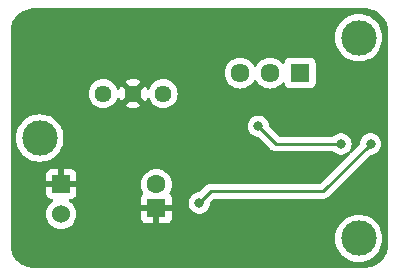
<source format=gbr>
%TF.GenerationSoftware,KiCad,Pcbnew,8.0.2*%
%TF.CreationDate,2024-07-08T11:38:20+02:00*%
%TF.ProjectId,IMD SCS Maker,494d4420-5343-4532-904d-616b65722e6b,rev?*%
%TF.SameCoordinates,Original*%
%TF.FileFunction,Copper,L2,Bot*%
%TF.FilePolarity,Positive*%
%FSLAX46Y46*%
G04 Gerber Fmt 4.6, Leading zero omitted, Abs format (unit mm)*
G04 Created by KiCad (PCBNEW 8.0.2) date 2024-07-08 11:38:20*
%MOMM*%
%LPD*%
G01*
G04 APERTURE LIST*
%TA.AperFunction,ComponentPad*%
%ADD10C,1.440000*%
%TD*%
%TA.AperFunction,ComponentPad*%
%ADD11C,3.000000*%
%TD*%
%TA.AperFunction,ComponentPad*%
%ADD12R,1.610000X1.610000*%
%TD*%
%TA.AperFunction,ComponentPad*%
%ADD13C,1.610000*%
%TD*%
%TA.AperFunction,ComponentPad*%
%ADD14R,1.530000X1.530000*%
%TD*%
%TA.AperFunction,ComponentPad*%
%ADD15C,1.530000*%
%TD*%
%TA.AperFunction,ComponentPad*%
%ADD16R,1.600000X1.600000*%
%TD*%
%TA.AperFunction,ComponentPad*%
%ADD17C,1.600000*%
%TD*%
%TA.AperFunction,ViaPad*%
%ADD18C,0.800000*%
%TD*%
%TA.AperFunction,Conductor*%
%ADD19C,0.250000*%
%TD*%
G04 APERTURE END LIST*
D10*
%TO.P,U1,1,+VIN*%
%TO.N,+12V*%
X70866000Y-46736000D03*
%TO.P,U1,2,GND*%
%TO.N,GND*%
X73406000Y-46736000D03*
%TO.P,U1,3,+VOUT*%
%TO.N,+5V*%
X75946000Y-46736000D03*
%TD*%
D11*
%TO.P,,1*%
%TO.N,N/C*%
X92500000Y-42000000D03*
%TD*%
D12*
%TO.P,J3,1,1*%
%TO.N,/PDU*%
X87540000Y-45000000D03*
D13*
%TO.P,J3,2,2*%
%TO.N,/Output SCS*%
X85000000Y-45000000D03*
%TO.P,J3,3,3*%
%TO.N,/Sensor Output*%
X82460000Y-45000000D03*
%TD*%
D14*
%TO.P,J1,1,1*%
%TO.N,GND*%
X67316500Y-54400000D03*
D15*
%TO.P,J1,2,2*%
%TO.N,+12V*%
X67316500Y-56940000D03*
%TD*%
D11*
%TO.P,,1*%
%TO.N,N/C*%
X92500000Y-59000000D03*
%TD*%
D16*
%TO.P,C1,1*%
%TO.N,GND*%
X75376500Y-56427112D03*
D17*
%TO.P,C1,2*%
%TO.N,+12V*%
X75376500Y-54427112D03*
%TD*%
D11*
%TO.P,,1*%
%TO.N,N/C*%
X65500000Y-50500000D03*
%TD*%
D18*
%TO.N,GND*%
X69500000Y-52000000D03*
X92500000Y-45000000D03*
X84000000Y-57000000D03*
X79000000Y-54000000D03*
%TO.N,Net-(CP1--)*%
X79000000Y-56000000D03*
X93500000Y-51000000D03*
%TO.N,Net-(CP1-+)*%
X84000000Y-49500000D03*
X91000000Y-51000000D03*
%TD*%
D19*
%TO.N,Net-(CP1--)*%
X89500000Y-55000000D02*
X93500000Y-51000000D01*
X79000000Y-56000000D02*
X80000000Y-55000000D01*
X80000000Y-55000000D02*
X89500000Y-55000000D01*
%TO.N,Net-(CP1-+)*%
X84000000Y-49500000D02*
X85500000Y-51000000D01*
X85500000Y-51000000D02*
X91000000Y-51000000D01*
%TD*%
%TA.AperFunction,Conductor*%
%TO.N,GND*%
G36*
X93001121Y-39500020D02*
G01*
X93135109Y-39502409D01*
X93150528Y-39503650D01*
X93416897Y-39541948D01*
X93434184Y-39545708D01*
X93691313Y-39621209D01*
X93707887Y-39627391D01*
X93817159Y-39677293D01*
X93951659Y-39738717D01*
X93967173Y-39747188D01*
X94192628Y-39892080D01*
X94206787Y-39902679D01*
X94409317Y-40078172D01*
X94421827Y-40090682D01*
X94597320Y-40293212D01*
X94607921Y-40307374D01*
X94752808Y-40532821D01*
X94761284Y-40548345D01*
X94872608Y-40792112D01*
X94878791Y-40808688D01*
X94954290Y-41065814D01*
X94958051Y-41083102D01*
X94996348Y-41349463D01*
X94997590Y-41364898D01*
X94999980Y-41498877D01*
X95000000Y-41501089D01*
X95000000Y-59498910D01*
X94999980Y-59501122D01*
X94997590Y-59635101D01*
X94996348Y-59650536D01*
X94958051Y-59916897D01*
X94954290Y-59934185D01*
X94878791Y-60191311D01*
X94872608Y-60207887D01*
X94761284Y-60451654D01*
X94752805Y-60467183D01*
X94607922Y-60692624D01*
X94597320Y-60706787D01*
X94421827Y-60909317D01*
X94409317Y-60921827D01*
X94206787Y-61097320D01*
X94192624Y-61107922D01*
X93967183Y-61252805D01*
X93951654Y-61261284D01*
X93707887Y-61372608D01*
X93691311Y-61378791D01*
X93434185Y-61454290D01*
X93416897Y-61458051D01*
X93150536Y-61496348D01*
X93135101Y-61497590D01*
X93004818Y-61499914D01*
X93001120Y-61499980D01*
X92998910Y-61500000D01*
X65001090Y-61500000D01*
X64998879Y-61499980D01*
X64995015Y-61499911D01*
X64864898Y-61497590D01*
X64849463Y-61496348D01*
X64583102Y-61458051D01*
X64565814Y-61454290D01*
X64308688Y-61378791D01*
X64292112Y-61372608D01*
X64048345Y-61261284D01*
X64032821Y-61252808D01*
X63807374Y-61107921D01*
X63793212Y-61097320D01*
X63590682Y-60921827D01*
X63578172Y-60909317D01*
X63402679Y-60706787D01*
X63392077Y-60692624D01*
X63388607Y-60687224D01*
X63247188Y-60467173D01*
X63238715Y-60451654D01*
X63127391Y-60207887D01*
X63121208Y-60191311D01*
X63065761Y-60002474D01*
X63060738Y-59967539D01*
X63060738Y-58999998D01*
X90494390Y-58999998D01*
X90494390Y-59000001D01*
X90514804Y-59285433D01*
X90575628Y-59565037D01*
X90575630Y-59565043D01*
X90575631Y-59565046D01*
X90607517Y-59650536D01*
X90675635Y-59833166D01*
X90812770Y-60084309D01*
X90812775Y-60084317D01*
X90984254Y-60313387D01*
X90984270Y-60313405D01*
X91186594Y-60515729D01*
X91186612Y-60515745D01*
X91415682Y-60687224D01*
X91415690Y-60687229D01*
X91666833Y-60824364D01*
X91666832Y-60824364D01*
X91666836Y-60824365D01*
X91666839Y-60824367D01*
X91934954Y-60924369D01*
X91934960Y-60924370D01*
X91934962Y-60924371D01*
X92214566Y-60985195D01*
X92214568Y-60985195D01*
X92214572Y-60985196D01*
X92468220Y-61003337D01*
X92499999Y-61005610D01*
X92500000Y-61005610D01*
X92500001Y-61005610D01*
X92528595Y-61003564D01*
X92785428Y-60985196D01*
X93065046Y-60924369D01*
X93333161Y-60824367D01*
X93584315Y-60687226D01*
X93813395Y-60515739D01*
X94015739Y-60313395D01*
X94187226Y-60084315D01*
X94324367Y-59833161D01*
X94424369Y-59565046D01*
X94485196Y-59285428D01*
X94505610Y-59000000D01*
X94485196Y-58714572D01*
X94424369Y-58434954D01*
X94324367Y-58166839D01*
X94306284Y-58133723D01*
X94187229Y-57915690D01*
X94187224Y-57915682D01*
X94015745Y-57686612D01*
X94015729Y-57686594D01*
X93813405Y-57484270D01*
X93813387Y-57484254D01*
X93584317Y-57312775D01*
X93584309Y-57312770D01*
X93333166Y-57175635D01*
X93333167Y-57175635D01*
X93225915Y-57135632D01*
X93065046Y-57075631D01*
X93065043Y-57075630D01*
X93065037Y-57075628D01*
X92785433Y-57014804D01*
X92500001Y-56994390D01*
X92499999Y-56994390D01*
X92214566Y-57014804D01*
X91934962Y-57075628D01*
X91666833Y-57175635D01*
X91415690Y-57312770D01*
X91415682Y-57312775D01*
X91186612Y-57484254D01*
X91186594Y-57484270D01*
X90984270Y-57686594D01*
X90984254Y-57686612D01*
X90812775Y-57915682D01*
X90812770Y-57915690D01*
X90675635Y-58166833D01*
X90575628Y-58434962D01*
X90514804Y-58714566D01*
X90494390Y-58999998D01*
X63060738Y-58999998D01*
X63060738Y-56939998D01*
X66046166Y-56939998D01*
X66046166Y-56940001D01*
X66065464Y-57160585D01*
X66065465Y-57160592D01*
X66122775Y-57374475D01*
X66122779Y-57374486D01*
X66173965Y-57484254D01*
X66216358Y-57575167D01*
X66343368Y-57756555D01*
X66499945Y-57913132D01*
X66681333Y-58040142D01*
X66802072Y-58096443D01*
X66882013Y-58133720D01*
X66882015Y-58133720D01*
X66882020Y-58133723D01*
X67095909Y-58191035D01*
X67253474Y-58204820D01*
X67316498Y-58210334D01*
X67316500Y-58210334D01*
X67316502Y-58210334D01*
X67371647Y-58205509D01*
X67537091Y-58191035D01*
X67750980Y-58133723D01*
X67951667Y-58040142D01*
X68133055Y-57913132D01*
X68289632Y-57756555D01*
X68416642Y-57575167D01*
X68510223Y-57374480D01*
X68567535Y-57160591D01*
X68586834Y-56940000D01*
X68567535Y-56719409D01*
X68510223Y-56505520D01*
X68416642Y-56304833D01*
X68289632Y-56123445D01*
X68133055Y-55966868D01*
X68024095Y-55890573D01*
X67980473Y-55835998D01*
X67973280Y-55766499D01*
X68004802Y-55704145D01*
X68065032Y-55668731D01*
X68095221Y-55665000D01*
X68129328Y-55665000D01*
X68129344Y-55664999D01*
X68188872Y-55658598D01*
X68188879Y-55658596D01*
X68323586Y-55608354D01*
X68323593Y-55608350D01*
X68438687Y-55522190D01*
X68438690Y-55522187D01*
X68524850Y-55407093D01*
X68524854Y-55407086D01*
X68575096Y-55272379D01*
X68575098Y-55272372D01*
X68581499Y-55212844D01*
X68581500Y-55212827D01*
X68581500Y-54650000D01*
X67761060Y-54650000D01*
X67791745Y-54596853D01*
X67826500Y-54467143D01*
X67826500Y-54427110D01*
X74071032Y-54427110D01*
X74071032Y-54427113D01*
X74090864Y-54653798D01*
X74090866Y-54653809D01*
X74149758Y-54873600D01*
X74149761Y-54873609D01*
X74245931Y-55079844D01*
X74245935Y-55079850D01*
X74255198Y-55093080D01*
X74277525Y-55159286D01*
X74260513Y-55227053D01*
X74227935Y-55263466D01*
X74219316Y-55269918D01*
X74219308Y-55269926D01*
X74133149Y-55385018D01*
X74133145Y-55385025D01*
X74082903Y-55519732D01*
X74082901Y-55519739D01*
X74076500Y-55579267D01*
X74076500Y-56177112D01*
X75060814Y-56177112D01*
X75056420Y-56181506D01*
X75003759Y-56272718D01*
X74976500Y-56374451D01*
X74976500Y-56479773D01*
X75003759Y-56581506D01*
X75056420Y-56672718D01*
X75060814Y-56677112D01*
X74076500Y-56677112D01*
X74076500Y-57274956D01*
X74082901Y-57334484D01*
X74082903Y-57334491D01*
X74133145Y-57469198D01*
X74133149Y-57469205D01*
X74219309Y-57584299D01*
X74219312Y-57584302D01*
X74334406Y-57670462D01*
X74334413Y-57670466D01*
X74469120Y-57720708D01*
X74469127Y-57720710D01*
X74528655Y-57727111D01*
X74528672Y-57727112D01*
X75126500Y-57727112D01*
X75126500Y-56742798D01*
X75130894Y-56747192D01*
X75222106Y-56799853D01*
X75323839Y-56827112D01*
X75429161Y-56827112D01*
X75530894Y-56799853D01*
X75622106Y-56747192D01*
X75626500Y-56742798D01*
X75626500Y-57727112D01*
X76224328Y-57727112D01*
X76224344Y-57727111D01*
X76283872Y-57720710D01*
X76283879Y-57720708D01*
X76418586Y-57670466D01*
X76418593Y-57670462D01*
X76533687Y-57584302D01*
X76533690Y-57584299D01*
X76619850Y-57469205D01*
X76619854Y-57469198D01*
X76670096Y-57334491D01*
X76670098Y-57334484D01*
X76676499Y-57274956D01*
X76676500Y-57274939D01*
X76676500Y-56677112D01*
X75692186Y-56677112D01*
X75696580Y-56672718D01*
X75749241Y-56581506D01*
X75776500Y-56479773D01*
X75776500Y-56374451D01*
X75749241Y-56272718D01*
X75696580Y-56181506D01*
X75692186Y-56177112D01*
X76676500Y-56177112D01*
X76676500Y-56000000D01*
X78094540Y-56000000D01*
X78114326Y-56188256D01*
X78114327Y-56188259D01*
X78172818Y-56368277D01*
X78172821Y-56368284D01*
X78267467Y-56532216D01*
X78393976Y-56672718D01*
X78394129Y-56672888D01*
X78547265Y-56784148D01*
X78547270Y-56784151D01*
X78720192Y-56861142D01*
X78720197Y-56861144D01*
X78905354Y-56900500D01*
X78905355Y-56900500D01*
X79094644Y-56900500D01*
X79094646Y-56900500D01*
X79279803Y-56861144D01*
X79452730Y-56784151D01*
X79605871Y-56672888D01*
X79732533Y-56532216D01*
X79827179Y-56368284D01*
X79885674Y-56188256D01*
X79903321Y-56020344D01*
X79929904Y-55955734D01*
X79938941Y-55945648D01*
X80222773Y-55661816D01*
X80284095Y-55628334D01*
X80310453Y-55625500D01*
X89561607Y-55625500D01*
X89622029Y-55613481D01*
X89682452Y-55601463D01*
X89682455Y-55601461D01*
X89682458Y-55601461D01*
X89715787Y-55587654D01*
X89715786Y-55587654D01*
X89715792Y-55587652D01*
X89796286Y-55554312D01*
X89847509Y-55520084D01*
X89848026Y-55519739D01*
X89860271Y-55511556D01*
X89898733Y-55485858D01*
X89985858Y-55398733D01*
X89985859Y-55398731D01*
X89992925Y-55391665D01*
X89992927Y-55391661D01*
X93447771Y-51936819D01*
X93509094Y-51903334D01*
X93535452Y-51900500D01*
X93594644Y-51900500D01*
X93594646Y-51900500D01*
X93779803Y-51861144D01*
X93952730Y-51784151D01*
X94105871Y-51672888D01*
X94232533Y-51532216D01*
X94327179Y-51368284D01*
X94385674Y-51188256D01*
X94405460Y-51000000D01*
X94385674Y-50811744D01*
X94327179Y-50631716D01*
X94232533Y-50467784D01*
X94105871Y-50327112D01*
X94105870Y-50327111D01*
X93952734Y-50215851D01*
X93952729Y-50215848D01*
X93779807Y-50138857D01*
X93779802Y-50138855D01*
X93634001Y-50107865D01*
X93594646Y-50099500D01*
X93405354Y-50099500D01*
X93372897Y-50106398D01*
X93220197Y-50138855D01*
X93220192Y-50138857D01*
X93047270Y-50215848D01*
X93047265Y-50215851D01*
X92894129Y-50327111D01*
X92767466Y-50467785D01*
X92672821Y-50631715D01*
X92672818Y-50631722D01*
X92622875Y-50785433D01*
X92614326Y-50811744D01*
X92606405Y-50887105D01*
X92596678Y-50979651D01*
X92570093Y-51044266D01*
X92561038Y-51054370D01*
X91910770Y-51704638D01*
X91849447Y-51738123D01*
X91779755Y-51733139D01*
X91723822Y-51691267D01*
X91699405Y-51625803D01*
X91714257Y-51557530D01*
X91730942Y-51533982D01*
X91732533Y-51532216D01*
X91827179Y-51368284D01*
X91885674Y-51188256D01*
X91905460Y-51000000D01*
X91885674Y-50811744D01*
X91827179Y-50631716D01*
X91732533Y-50467784D01*
X91605871Y-50327112D01*
X91605870Y-50327111D01*
X91452734Y-50215851D01*
X91452729Y-50215848D01*
X91279807Y-50138857D01*
X91279802Y-50138855D01*
X91134001Y-50107865D01*
X91094646Y-50099500D01*
X90905354Y-50099500D01*
X90872897Y-50106398D01*
X90720197Y-50138855D01*
X90720192Y-50138857D01*
X90547270Y-50215848D01*
X90547265Y-50215851D01*
X90394130Y-50327110D01*
X90394126Y-50327114D01*
X90388400Y-50333474D01*
X90328913Y-50370121D01*
X90296252Y-50374500D01*
X85810453Y-50374500D01*
X85743414Y-50354815D01*
X85722772Y-50338181D01*
X84938960Y-49554369D01*
X84905475Y-49493046D01*
X84903323Y-49479668D01*
X84885674Y-49311744D01*
X84827179Y-49131716D01*
X84732533Y-48967784D01*
X84605871Y-48827112D01*
X84586138Y-48812775D01*
X84452734Y-48715851D01*
X84452729Y-48715848D01*
X84279807Y-48638857D01*
X84279802Y-48638855D01*
X84134001Y-48607865D01*
X84094646Y-48599500D01*
X83905354Y-48599500D01*
X83872897Y-48606398D01*
X83720197Y-48638855D01*
X83720192Y-48638857D01*
X83547270Y-48715848D01*
X83547265Y-48715851D01*
X83394129Y-48827111D01*
X83267466Y-48967785D01*
X83172821Y-49131715D01*
X83172818Y-49131722D01*
X83114327Y-49311740D01*
X83114326Y-49311744D01*
X83094540Y-49500000D01*
X83114326Y-49688256D01*
X83114327Y-49688259D01*
X83172818Y-49868277D01*
X83172821Y-49868284D01*
X83267467Y-50032216D01*
X83363487Y-50138857D01*
X83394129Y-50172888D01*
X83547265Y-50284148D01*
X83547270Y-50284151D01*
X83720192Y-50361142D01*
X83720197Y-50361144D01*
X83905354Y-50400500D01*
X83964548Y-50400500D01*
X84031587Y-50420185D01*
X84052228Y-50436818D01*
X85014141Y-51398732D01*
X85014142Y-51398733D01*
X85101267Y-51485858D01*
X85101268Y-51485859D01*
X85203707Y-51554307D01*
X85203713Y-51554310D01*
X85203714Y-51554311D01*
X85317548Y-51601463D01*
X85377971Y-51613481D01*
X85438393Y-51625500D01*
X85438394Y-51625500D01*
X90296252Y-51625500D01*
X90363291Y-51645185D01*
X90388400Y-51666526D01*
X90394126Y-51672885D01*
X90394130Y-51672889D01*
X90547265Y-51784148D01*
X90547270Y-51784151D01*
X90720192Y-51861142D01*
X90720197Y-51861144D01*
X90905354Y-51900500D01*
X90905355Y-51900500D01*
X91094644Y-51900500D01*
X91094646Y-51900500D01*
X91279803Y-51861144D01*
X91452730Y-51784151D01*
X91562302Y-51704542D01*
X91628104Y-51681064D01*
X91696158Y-51696889D01*
X91744853Y-51746995D01*
X91758729Y-51815473D01*
X91733380Y-51880582D01*
X91722865Y-51892543D01*
X89277229Y-54338181D01*
X89215906Y-54371666D01*
X89189548Y-54374500D01*
X80067741Y-54374500D01*
X80067721Y-54374499D01*
X80061607Y-54374499D01*
X79938394Y-54374499D01*
X79837597Y-54394548D01*
X79837592Y-54394548D01*
X79817549Y-54398536D01*
X79817547Y-54398536D01*
X79770397Y-54418067D01*
X79703719Y-54445685D01*
X79703717Y-54445686D01*
X79601266Y-54514141D01*
X79601263Y-54514144D01*
X79052229Y-55063181D01*
X78990906Y-55096666D01*
X78964548Y-55099500D01*
X78905354Y-55099500D01*
X78872897Y-55106398D01*
X78720197Y-55138855D01*
X78720192Y-55138857D01*
X78547270Y-55215848D01*
X78547265Y-55215851D01*
X78394129Y-55327111D01*
X78267466Y-55467785D01*
X78172821Y-55631715D01*
X78172818Y-55631722D01*
X78129027Y-55766499D01*
X78114326Y-55811744D01*
X78094540Y-56000000D01*
X76676500Y-56000000D01*
X76676500Y-55579284D01*
X76676499Y-55579267D01*
X76670098Y-55519739D01*
X76670096Y-55519732D01*
X76619854Y-55385025D01*
X76619850Y-55385018D01*
X76533691Y-55269926D01*
X76533684Y-55269918D01*
X76525067Y-55263468D01*
X76483195Y-55207535D01*
X76478211Y-55137843D01*
X76497802Y-55093078D01*
X76507068Y-55079846D01*
X76603239Y-54873608D01*
X76662135Y-54653804D01*
X76681968Y-54427112D01*
X76662135Y-54200420D01*
X76603239Y-53980616D01*
X76507068Y-53774378D01*
X76376547Y-53587973D01*
X76376545Y-53587970D01*
X76215641Y-53427066D01*
X76029234Y-53296544D01*
X76029232Y-53296543D01*
X75822997Y-53200373D01*
X75822988Y-53200370D01*
X75603197Y-53141478D01*
X75603193Y-53141477D01*
X75603192Y-53141477D01*
X75603191Y-53141476D01*
X75603186Y-53141476D01*
X75376502Y-53121644D01*
X75376498Y-53121644D01*
X75149813Y-53141476D01*
X75149802Y-53141478D01*
X74930011Y-53200370D01*
X74930002Y-53200373D01*
X74723767Y-53296543D01*
X74723765Y-53296544D01*
X74537358Y-53427066D01*
X74376454Y-53587970D01*
X74245932Y-53774377D01*
X74245931Y-53774379D01*
X74149761Y-53980614D01*
X74149758Y-53980623D01*
X74090866Y-54200414D01*
X74090864Y-54200425D01*
X74071032Y-54427110D01*
X67826500Y-54427110D01*
X67826500Y-54332857D01*
X67791745Y-54203147D01*
X67761060Y-54150000D01*
X68581500Y-54150000D01*
X68581500Y-53587172D01*
X68581499Y-53587155D01*
X68575098Y-53527627D01*
X68575096Y-53527620D01*
X68524854Y-53392913D01*
X68524850Y-53392906D01*
X68438690Y-53277812D01*
X68438687Y-53277809D01*
X68323593Y-53191649D01*
X68323586Y-53191645D01*
X68188879Y-53141403D01*
X68188872Y-53141401D01*
X68129344Y-53135000D01*
X67566500Y-53135000D01*
X67566500Y-53955439D01*
X67513353Y-53924755D01*
X67383643Y-53890000D01*
X67249357Y-53890000D01*
X67119647Y-53924755D01*
X67066500Y-53955439D01*
X67066500Y-53135000D01*
X66503655Y-53135000D01*
X66444127Y-53141401D01*
X66444120Y-53141403D01*
X66309413Y-53191645D01*
X66309406Y-53191649D01*
X66194312Y-53277809D01*
X66194309Y-53277812D01*
X66108149Y-53392906D01*
X66108145Y-53392913D01*
X66057903Y-53527620D01*
X66057901Y-53527627D01*
X66051500Y-53587155D01*
X66051500Y-54150000D01*
X66871940Y-54150000D01*
X66841255Y-54203147D01*
X66806500Y-54332857D01*
X66806500Y-54467143D01*
X66841255Y-54596853D01*
X66871940Y-54650000D01*
X66051500Y-54650000D01*
X66051500Y-55212844D01*
X66057901Y-55272372D01*
X66057903Y-55272379D01*
X66108145Y-55407086D01*
X66108149Y-55407093D01*
X66194309Y-55522187D01*
X66194312Y-55522190D01*
X66309406Y-55608350D01*
X66309413Y-55608354D01*
X66444120Y-55658596D01*
X66444127Y-55658598D01*
X66503655Y-55664999D01*
X66503672Y-55665000D01*
X66537779Y-55665000D01*
X66604818Y-55684685D01*
X66650573Y-55737489D01*
X66660517Y-55806647D01*
X66631492Y-55870203D01*
X66608906Y-55890572D01*
X66555767Y-55927780D01*
X66499944Y-55966868D01*
X66343368Y-56123444D01*
X66216357Y-56304834D01*
X66216356Y-56304836D01*
X66122779Y-56505513D01*
X66122775Y-56505524D01*
X66065465Y-56719407D01*
X66065464Y-56719414D01*
X66046166Y-56939998D01*
X63060738Y-56939998D01*
X63060738Y-50499998D01*
X63494390Y-50499998D01*
X63494390Y-50500001D01*
X63514804Y-50785433D01*
X63575628Y-51065037D01*
X63675635Y-51333166D01*
X63812770Y-51584309D01*
X63812775Y-51584317D01*
X63984254Y-51813387D01*
X63984270Y-51813405D01*
X64186594Y-52015729D01*
X64186612Y-52015745D01*
X64415682Y-52187224D01*
X64415690Y-52187229D01*
X64666833Y-52324364D01*
X64666832Y-52324364D01*
X64666836Y-52324365D01*
X64666839Y-52324367D01*
X64934954Y-52424369D01*
X64934960Y-52424370D01*
X64934962Y-52424371D01*
X65214566Y-52485195D01*
X65214568Y-52485195D01*
X65214572Y-52485196D01*
X65468220Y-52503337D01*
X65499999Y-52505610D01*
X65500000Y-52505610D01*
X65500001Y-52505610D01*
X65528595Y-52503564D01*
X65785428Y-52485196D01*
X66065046Y-52424369D01*
X66333161Y-52324367D01*
X66584315Y-52187226D01*
X66813395Y-52015739D01*
X67015739Y-51813395D01*
X67187226Y-51584315D01*
X67324367Y-51333161D01*
X67424369Y-51065046D01*
X67438519Y-51000000D01*
X67485195Y-50785433D01*
X67485195Y-50785432D01*
X67485196Y-50785428D01*
X67505610Y-50500000D01*
X67485196Y-50214572D01*
X67476128Y-50172888D01*
X67424371Y-49934962D01*
X67424370Y-49934960D01*
X67424369Y-49934954D01*
X67324367Y-49666839D01*
X67262953Y-49554369D01*
X67187229Y-49415690D01*
X67187224Y-49415682D01*
X67015745Y-49186612D01*
X67015729Y-49186594D01*
X66813405Y-48984270D01*
X66813387Y-48984254D01*
X66584317Y-48812775D01*
X66584309Y-48812770D01*
X66333166Y-48675635D01*
X66333167Y-48675635D01*
X66129041Y-48599500D01*
X66065046Y-48575631D01*
X66065043Y-48575630D01*
X66065037Y-48575628D01*
X65785433Y-48514804D01*
X65500001Y-48494390D01*
X65499999Y-48494390D01*
X65214566Y-48514804D01*
X64934962Y-48575628D01*
X64666833Y-48675635D01*
X64415690Y-48812770D01*
X64415682Y-48812775D01*
X64186612Y-48984254D01*
X64186594Y-48984270D01*
X63984270Y-49186594D01*
X63984254Y-49186612D01*
X63812775Y-49415682D01*
X63812770Y-49415690D01*
X63675635Y-49666833D01*
X63575628Y-49934962D01*
X63514804Y-50214566D01*
X63494390Y-50499998D01*
X63060738Y-50499998D01*
X63060738Y-46735998D01*
X69640838Y-46735998D01*
X69640838Y-46736001D01*
X69659450Y-46948741D01*
X69659452Y-46948752D01*
X69714721Y-47155022D01*
X69714723Y-47155026D01*
X69714724Y-47155030D01*
X69738492Y-47206000D01*
X69804977Y-47348578D01*
X69927472Y-47523521D01*
X70078478Y-47674527D01*
X70078481Y-47674529D01*
X70253419Y-47797021D01*
X70253421Y-47797022D01*
X70253420Y-47797022D01*
X70317936Y-47827106D01*
X70446970Y-47887276D01*
X70653253Y-47942549D01*
X70805215Y-47955844D01*
X70865998Y-47961162D01*
X70866000Y-47961162D01*
X70866002Y-47961162D01*
X70919186Y-47956508D01*
X71078747Y-47942549D01*
X71285030Y-47887276D01*
X71478581Y-47797021D01*
X71653519Y-47674529D01*
X71804529Y-47523519D01*
X71927021Y-47348581D01*
X72017276Y-47155030D01*
X72017280Y-47155013D01*
X72019130Y-47149936D01*
X72020981Y-47150609D01*
X72052847Y-47098328D01*
X72115694Y-47067797D01*
X72185069Y-47076091D01*
X72238948Y-47120575D01*
X72252430Y-47150095D01*
X72253342Y-47149764D01*
X72255197Y-47154859D01*
X72345413Y-47348329D01*
X72384415Y-47404030D01*
X72947531Y-46840914D01*
X72968029Y-46917413D01*
X73029906Y-47024587D01*
X73117413Y-47112094D01*
X73224587Y-47173971D01*
X73301084Y-47194468D01*
X72737968Y-47757584D01*
X72793663Y-47796582D01*
X72793669Y-47796586D01*
X72987140Y-47886802D01*
X72987146Y-47886805D01*
X73193337Y-47942054D01*
X73193345Y-47942055D01*
X73405998Y-47960660D01*
X73406002Y-47960660D01*
X73618654Y-47942055D01*
X73618662Y-47942054D01*
X73824853Y-47886805D01*
X73824864Y-47886801D01*
X74018325Y-47796589D01*
X74074030Y-47757583D01*
X73510915Y-47194467D01*
X73587413Y-47173971D01*
X73694587Y-47112094D01*
X73782094Y-47024587D01*
X73843971Y-46917413D01*
X73864468Y-46840915D01*
X74427583Y-47404029D01*
X74466589Y-47348325D01*
X74556801Y-47154864D01*
X74558658Y-47149764D01*
X74560567Y-47150458D01*
X74592291Y-47098362D01*
X74655125Y-47067806D01*
X74724504Y-47076071D01*
X74778401Y-47120533D01*
X74791989Y-47150256D01*
X74792870Y-47149936D01*
X74794722Y-47155022D01*
X74794724Y-47155030D01*
X74818492Y-47206000D01*
X74884977Y-47348578D01*
X75007472Y-47523521D01*
X75158478Y-47674527D01*
X75158481Y-47674529D01*
X75333419Y-47797021D01*
X75333421Y-47797022D01*
X75333420Y-47797022D01*
X75397936Y-47827106D01*
X75526970Y-47887276D01*
X75733253Y-47942549D01*
X75885215Y-47955844D01*
X75945998Y-47961162D01*
X75946000Y-47961162D01*
X75946002Y-47961162D01*
X75999186Y-47956508D01*
X76158747Y-47942549D01*
X76365030Y-47887276D01*
X76558581Y-47797021D01*
X76733519Y-47674529D01*
X76884529Y-47523519D01*
X77007021Y-47348581D01*
X77097276Y-47155030D01*
X77152549Y-46948747D01*
X77171162Y-46736000D01*
X77152549Y-46523253D01*
X77098502Y-46321545D01*
X77097278Y-46316977D01*
X77097277Y-46316976D01*
X77097276Y-46316970D01*
X77007021Y-46123419D01*
X76884529Y-45948481D01*
X76884527Y-45948478D01*
X76733521Y-45797472D01*
X76558578Y-45674977D01*
X76558579Y-45674977D01*
X76429547Y-45614809D01*
X76365030Y-45584724D01*
X76365026Y-45584723D01*
X76365022Y-45584721D01*
X76158752Y-45529452D01*
X76158748Y-45529451D01*
X76158747Y-45529451D01*
X76158746Y-45529450D01*
X76158741Y-45529450D01*
X75946002Y-45510838D01*
X75945998Y-45510838D01*
X75733258Y-45529450D01*
X75733247Y-45529452D01*
X75526977Y-45584721D01*
X75526968Y-45584725D01*
X75333421Y-45674977D01*
X75158478Y-45797472D01*
X75007472Y-45948478D01*
X74884977Y-46123421D01*
X74794725Y-46316968D01*
X74792870Y-46322064D01*
X74791031Y-46321394D01*
X74759104Y-46373715D01*
X74696242Y-46404212D01*
X74626870Y-46395883D01*
X74573015Y-46351371D01*
X74559571Y-46321903D01*
X74558658Y-46322236D01*
X74556802Y-46317140D01*
X74466586Y-46123669D01*
X74466582Y-46123663D01*
X74427584Y-46067968D01*
X73864468Y-46631084D01*
X73843971Y-46554587D01*
X73782094Y-46447413D01*
X73694587Y-46359906D01*
X73587413Y-46298029D01*
X73510914Y-46277531D01*
X74074030Y-45714415D01*
X74018329Y-45675413D01*
X73824859Y-45585197D01*
X73824853Y-45585194D01*
X73618662Y-45529945D01*
X73618654Y-45529944D01*
X73406002Y-45511340D01*
X73405998Y-45511340D01*
X73193345Y-45529944D01*
X73193337Y-45529945D01*
X72987146Y-45585194D01*
X72987140Y-45585197D01*
X72793671Y-45675412D01*
X72793669Y-45675413D01*
X72737969Y-45714415D01*
X72737968Y-45714415D01*
X73301085Y-46277531D01*
X73224587Y-46298029D01*
X73117413Y-46359906D01*
X73029906Y-46447413D01*
X72968029Y-46554587D01*
X72947531Y-46631084D01*
X72384415Y-46067968D01*
X72384415Y-46067969D01*
X72345413Y-46123669D01*
X72345412Y-46123671D01*
X72255197Y-46317140D01*
X72253342Y-46322236D01*
X72251445Y-46321545D01*
X72219656Y-46373684D01*
X72156805Y-46404205D01*
X72087431Y-46395901D01*
X72033559Y-46351408D01*
X72020012Y-46321742D01*
X72019130Y-46322064D01*
X72017279Y-46316983D01*
X72017276Y-46316970D01*
X71927021Y-46123419D01*
X71804529Y-45948481D01*
X71804527Y-45948478D01*
X71653521Y-45797472D01*
X71478578Y-45674977D01*
X71478579Y-45674977D01*
X71349547Y-45614809D01*
X71285030Y-45584724D01*
X71285026Y-45584723D01*
X71285022Y-45584721D01*
X71078752Y-45529452D01*
X71078748Y-45529451D01*
X71078747Y-45529451D01*
X71078746Y-45529450D01*
X71078741Y-45529450D01*
X70866002Y-45510838D01*
X70865998Y-45510838D01*
X70653258Y-45529450D01*
X70653247Y-45529452D01*
X70446977Y-45584721D01*
X70446968Y-45584725D01*
X70253421Y-45674977D01*
X70078478Y-45797472D01*
X69927472Y-45948478D01*
X69804977Y-46123421D01*
X69714725Y-46316968D01*
X69714721Y-46316977D01*
X69659452Y-46523247D01*
X69659450Y-46523258D01*
X69640838Y-46735998D01*
X63060738Y-46735998D01*
X63060738Y-44999998D01*
X81149513Y-44999998D01*
X81149513Y-45000001D01*
X81169421Y-45227558D01*
X81169423Y-45227568D01*
X81228542Y-45448205D01*
X81228544Y-45448209D01*
X81228545Y-45448213D01*
X81257982Y-45511340D01*
X81325084Y-45655243D01*
X81351289Y-45692668D01*
X81456109Y-45842365D01*
X81617635Y-46003891D01*
X81804756Y-46134915D01*
X82011787Y-46231455D01*
X82232436Y-46290578D01*
X82394981Y-46304798D01*
X82459998Y-46310487D01*
X82460000Y-46310487D01*
X82460002Y-46310487D01*
X82517025Y-46305498D01*
X82687564Y-46290578D01*
X82908213Y-46231455D01*
X83115244Y-46134915D01*
X83302365Y-46003891D01*
X83463891Y-45842365D01*
X83594915Y-45655244D01*
X83617618Y-45606556D01*
X83663790Y-45554117D01*
X83730983Y-45534965D01*
X83797864Y-45555180D01*
X83842381Y-45606556D01*
X83865085Y-45655244D01*
X83996109Y-45842365D01*
X84157635Y-46003891D01*
X84344756Y-46134915D01*
X84551787Y-46231455D01*
X84772436Y-46290578D01*
X84934981Y-46304798D01*
X84999998Y-46310487D01*
X85000000Y-46310487D01*
X85000002Y-46310487D01*
X85057025Y-46305498D01*
X85227564Y-46290578D01*
X85448213Y-46231455D01*
X85655244Y-46134915D01*
X85842365Y-46003891D01*
X86003891Y-45842365D01*
X86013285Y-45828948D01*
X86067856Y-45785325D01*
X86137354Y-45778129D01*
X86199710Y-45809648D01*
X86235127Y-45869877D01*
X86238148Y-45886814D01*
X86240907Y-45912480D01*
X86291202Y-46047328D01*
X86291206Y-46047335D01*
X86377452Y-46162544D01*
X86377455Y-46162547D01*
X86492664Y-46248793D01*
X86492671Y-46248797D01*
X86627517Y-46299091D01*
X86627516Y-46299091D01*
X86634444Y-46299835D01*
X86687127Y-46305500D01*
X88392872Y-46305499D01*
X88452483Y-46299091D01*
X88587331Y-46248796D01*
X88702546Y-46162546D01*
X88788796Y-46047331D01*
X88839091Y-45912483D01*
X88845500Y-45852873D01*
X88845499Y-44147128D01*
X88839091Y-44087517D01*
X88800927Y-43985195D01*
X88788797Y-43952671D01*
X88788793Y-43952664D01*
X88702547Y-43837455D01*
X88702544Y-43837452D01*
X88587335Y-43751206D01*
X88587328Y-43751202D01*
X88452482Y-43700908D01*
X88452483Y-43700908D01*
X88392883Y-43694501D01*
X88392881Y-43694500D01*
X88392873Y-43694500D01*
X88392864Y-43694500D01*
X86687129Y-43694500D01*
X86687123Y-43694501D01*
X86627516Y-43700908D01*
X86492671Y-43751202D01*
X86492664Y-43751206D01*
X86377455Y-43837452D01*
X86377452Y-43837455D01*
X86291206Y-43952664D01*
X86291202Y-43952671D01*
X86240908Y-44087516D01*
X86238149Y-44113184D01*
X86211410Y-44177735D01*
X86154017Y-44217582D01*
X86084192Y-44220075D01*
X86024104Y-44184421D01*
X86013286Y-44171052D01*
X86003889Y-44157632D01*
X85842369Y-43996113D01*
X85842365Y-43996109D01*
X85655244Y-43865085D01*
X85655245Y-43865085D01*
X85655243Y-43865084D01*
X85551728Y-43816815D01*
X85448213Y-43768545D01*
X85448209Y-43768544D01*
X85448205Y-43768542D01*
X85227568Y-43709423D01*
X85227566Y-43709422D01*
X85227564Y-43709422D01*
X85227562Y-43709421D01*
X85227558Y-43709421D01*
X85000002Y-43689513D01*
X84999998Y-43689513D01*
X84772441Y-43709421D01*
X84772431Y-43709423D01*
X84551794Y-43768542D01*
X84551785Y-43768546D01*
X84344756Y-43865085D01*
X84344752Y-43865087D01*
X84157633Y-43996109D01*
X83996109Y-44157633D01*
X83865087Y-44344752D01*
X83865085Y-44344756D01*
X83842382Y-44393444D01*
X83796210Y-44445883D01*
X83729016Y-44465035D01*
X83662135Y-44444819D01*
X83617618Y-44393444D01*
X83594915Y-44344757D01*
X83594913Y-44344754D01*
X83594912Y-44344752D01*
X83463890Y-44157633D01*
X83302369Y-43996113D01*
X83302365Y-43996109D01*
X83115244Y-43865085D01*
X83115245Y-43865085D01*
X83115243Y-43865084D01*
X83011728Y-43816815D01*
X82908213Y-43768545D01*
X82908209Y-43768544D01*
X82908205Y-43768542D01*
X82687568Y-43709423D01*
X82687566Y-43709422D01*
X82687564Y-43709422D01*
X82687562Y-43709421D01*
X82687558Y-43709421D01*
X82460002Y-43689513D01*
X82459998Y-43689513D01*
X82232441Y-43709421D01*
X82232431Y-43709423D01*
X82011794Y-43768542D01*
X82011785Y-43768546D01*
X81804756Y-43865085D01*
X81804752Y-43865087D01*
X81617633Y-43996109D01*
X81456109Y-44157633D01*
X81325087Y-44344752D01*
X81325085Y-44344756D01*
X81228546Y-44551785D01*
X81228542Y-44551794D01*
X81169423Y-44772431D01*
X81169421Y-44772441D01*
X81149513Y-44999998D01*
X63060738Y-44999998D01*
X63060738Y-41999998D01*
X90494390Y-41999998D01*
X90494390Y-42000001D01*
X90514804Y-42285433D01*
X90575628Y-42565037D01*
X90675635Y-42833166D01*
X90812770Y-43084309D01*
X90812775Y-43084317D01*
X90984254Y-43313387D01*
X90984270Y-43313405D01*
X91186594Y-43515729D01*
X91186612Y-43515745D01*
X91415682Y-43687224D01*
X91415690Y-43687229D01*
X91666833Y-43824364D01*
X91666832Y-43824364D01*
X91666836Y-43824365D01*
X91666839Y-43824367D01*
X91934954Y-43924369D01*
X91934960Y-43924370D01*
X91934962Y-43924371D01*
X92214566Y-43985195D01*
X92214568Y-43985195D01*
X92214572Y-43985196D01*
X92468220Y-44003337D01*
X92499999Y-44005610D01*
X92500000Y-44005610D01*
X92500001Y-44005610D01*
X92528595Y-44003564D01*
X92785428Y-43985196D01*
X92934944Y-43952671D01*
X93065037Y-43924371D01*
X93065037Y-43924370D01*
X93065046Y-43924369D01*
X93333161Y-43824367D01*
X93584315Y-43687226D01*
X93813395Y-43515739D01*
X94015739Y-43313395D01*
X94187226Y-43084315D01*
X94324367Y-42833161D01*
X94424369Y-42565046D01*
X94485196Y-42285428D01*
X94505610Y-42000000D01*
X94485196Y-41714572D01*
X94424369Y-41434954D01*
X94324367Y-41166839D01*
X94187226Y-40915685D01*
X94187224Y-40915682D01*
X94015745Y-40686612D01*
X94015729Y-40686594D01*
X93813405Y-40484270D01*
X93813387Y-40484254D01*
X93584317Y-40312775D01*
X93584309Y-40312770D01*
X93333166Y-40175635D01*
X93333167Y-40175635D01*
X93225915Y-40135632D01*
X93065046Y-40075631D01*
X93065043Y-40075630D01*
X93065037Y-40075628D01*
X92785433Y-40014804D01*
X92500001Y-39994390D01*
X92499999Y-39994390D01*
X92214566Y-40014804D01*
X91934962Y-40075628D01*
X91666833Y-40175635D01*
X91415690Y-40312770D01*
X91415682Y-40312775D01*
X91186612Y-40484254D01*
X91186594Y-40484270D01*
X90984270Y-40686594D01*
X90984254Y-40686612D01*
X90812775Y-40915682D01*
X90812770Y-40915690D01*
X90675635Y-41166833D01*
X90575628Y-41434962D01*
X90514804Y-41714566D01*
X90494390Y-41999998D01*
X63060738Y-41999998D01*
X63060738Y-41032459D01*
X63065761Y-40997524D01*
X63089792Y-40915682D01*
X63121210Y-40808681D01*
X63127391Y-40792112D01*
X63175571Y-40686612D01*
X63238720Y-40548334D01*
X63247185Y-40532832D01*
X63392084Y-40307364D01*
X63402670Y-40293222D01*
X63578177Y-40090676D01*
X63590676Y-40078177D01*
X63793222Y-39902670D01*
X63807364Y-39892084D01*
X64032832Y-39747185D01*
X64048334Y-39738720D01*
X64292112Y-39627390D01*
X64308681Y-39621210D01*
X64565818Y-39545707D01*
X64583099Y-39541948D01*
X64849472Y-39503650D01*
X64864889Y-39502409D01*
X64998879Y-39500020D01*
X65001090Y-39500000D01*
X92998910Y-39500000D01*
X93001121Y-39500020D01*
G37*
%TD.AperFunction*%
%TD*%
M02*

</source>
